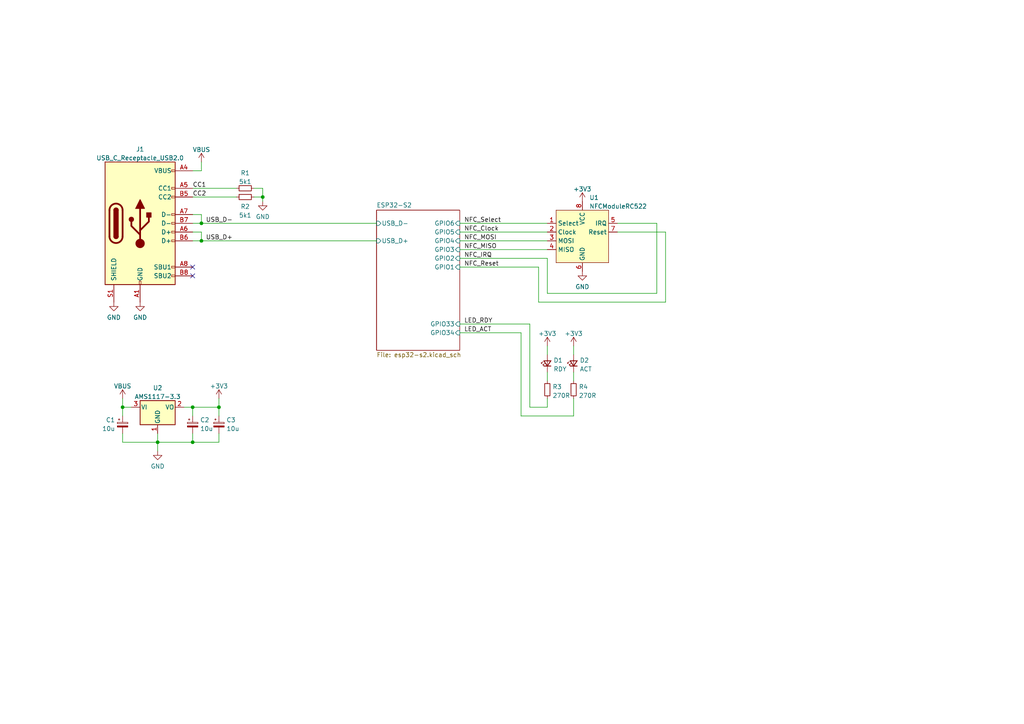
<source format=kicad_sch>
(kicad_sch (version 20211123) (generator eeschema)
  (paper "A4")
  (lib_symbols
    (symbol "Connector:USB_C_Receptacle_USB2.0" (pin_names (offset 1.016))
      (property "Reference" "J" (at -10.16 19.05 0))
      (property "Value" "USB_C_Receptacle_USB2.0" (at 19.05 19.05 0))
      (symbol "USB_C_Receptacle_USB2.0_0_0"
        (rectangle (start -0.254 -17.78) (end 0.254 -16.764))
        (rectangle (start 10.16 -14.986) (end 9.144 -15.494))
        (rectangle (start 10.16 -12.446) (end 9.144 -12.954))
        (rectangle (start 10.16 -4.826) (end 9.144 -5.334))
        (rectangle (start 10.16 -2.286) (end 9.144 -2.794))
        (rectangle (start 10.16 0.254) (end 9.144 -0.254))
        (rectangle (start 10.16 2.794) (end 9.144 2.286))
        (rectangle (start 10.16 7.874) (end 9.144 7.366))
        (rectangle (start 10.16 10.414) (end 9.144 9.906))
        (rectangle (start 10.16 15.494) (end 9.144 14.986))
      )
      (symbol "USB_C_Receptacle_USB2.0_0_1"
        (rectangle (start -10.16 17.78) (end 10.16 -17.78) (stroke (width 0.254)) (fill (type background)))
        (arc (start -8.89 -3.81) (mid -6.985 -5.715) (end -5.08 -3.81) (stroke (width 0.508)))
        (arc (start -7.62 -3.81) (mid -6.985 -4.445) (end -6.35 -3.81) (stroke (width 0.254)))
        (arc (start -7.62 -3.81) (mid -6.985 -4.445) (end -6.35 -3.81) (stroke (width 0.254)) (fill (type outline)))
        (rectangle (start -7.62 -3.81) (end -6.35 3.81) (stroke (width 0.254)) (fill (type outline)))
        (arc (start -6.35 3.81) (mid -6.985 4.445) (end -7.62 3.81) (stroke (width 0.254)))
        (arc (start -6.35 3.81) (mid -6.985 4.445) (end -7.62 3.81) (stroke (width 0.254)) (fill (type outline)))
        (arc (start -5.08 3.81) (mid -6.985 5.715) (end -8.89 3.81) (stroke (width 0.508)))
        (circle (center -2.54 1.143) (radius 0.635) (stroke (width 0.254)) (fill (type outline)))
        (circle (center 0 -5.842) (radius 1.27) (fill (type outline)))
        (polyline (pts (xy -8.89 -3.81) (xy -8.89 3.81)) (stroke (width 0.508)))
        (polyline (pts (xy -5.08 3.81) (xy -5.08 -3.81)) (stroke (width 0.508)))
        (polyline (pts (xy 0 -5.842) (xy 0 4.318)) (stroke (width 0.508)))
        (polyline (pts (xy 0 -3.302) (xy -2.54 -0.762) (xy -2.54 0.508)) (stroke (width 0.508)))
        (polyline (pts (xy 0 -2.032) (xy 2.54 0.508) (xy 2.54 1.778)) (stroke (width 0.508)))
        (polyline (pts (xy -1.27 4.318) (xy 0 6.858) (xy 1.27 4.318) (xy -1.27 4.318)) (stroke (width 0.254)) (fill (type outline)))
        (rectangle (start 1.905 1.778) (end 3.175 3.048) (stroke (width 0.254)) (fill (type outline)))
      )
      (symbol "USB_C_Receptacle_USB2.0_1_1"
        (pin passive line (at 0 -22.86 90) (length 5.08) (name "GND") (number "A1"))
        (pin passive line (at 0 -22.86 90) (length 5.08) hide (name "GND") (number "A12"))
        (pin passive line (at 15.24 15.24 180) (length 5.08) (name "VBUS") (number "A4"))
        (pin bidirectional line (at 15.24 10.16 180) (length 5.08) (name "CC1") (number "A5"))
        (pin bidirectional line (at 15.24 -2.54 180) (length 5.08) (name "D+") (number "A6"))
        (pin bidirectional line (at 15.24 2.54 180) (length 5.08) (name "D-") (number "A7"))
        (pin bidirectional line (at 15.24 -12.7 180) (length 5.08) (name "SBU1") (number "A8"))
        (pin passive line (at 15.24 15.24 180) (length 5.08) hide (name "VBUS") (number "A9"))
        (pin passive line (at 0 -22.86 90) (length 5.08) hide (name "GND") (number "B1"))
        (pin passive line (at 0 -22.86 90) (length 5.08) hide (name "GND") (number "B12"))
        (pin passive line (at 15.24 15.24 180) (length 5.08) hide (name "VBUS") (number "B4"))
        (pin bidirectional line (at 15.24 7.62 180) (length 5.08) (name "CC2") (number "B5"))
        (pin bidirectional line (at 15.24 -5.08 180) (length 5.08) (name "D+") (number "B6"))
        (pin bidirectional line (at 15.24 0 180) (length 5.08) (name "D-") (number "B7"))
        (pin bidirectional line (at 15.24 -15.24 180) (length 5.08) (name "SBU2") (number "B8"))
        (pin passive line (at 15.24 15.24 180) (length 5.08) hide (name "VBUS") (number "B9"))
        (pin passive line (at -7.62 -22.86 90) (length 5.08) (name "SHIELD") (number "S1"))
      )
    )
    (symbol "Device:C_Polarized_Small" (pin_numbers hide) (pin_names (offset 0.254) hide)
      (property "Reference" "C" (at 0.254 1.778 0))
      (property "Value" "C_Polarized_Small" (at 0.254 -2.032 0))
      (symbol "C_Polarized_Small_0_1"
        (rectangle (start -1.524 -0.3048) (end 1.524 -0.6858) (fill (type outline)))
        (rectangle (start -1.524 0.6858) (end 1.524 0.3048))
        (polyline (pts (xy -1.27 1.524) (xy -0.762 1.524)))
        (polyline (pts (xy -1.016 1.27) (xy -1.016 1.778)))
      )
      (symbol "C_Polarized_Small_1_1"
        (pin passive line (at 0 2.54 270) (length 1.8542) (name "~") (number "1"))
        (pin passive line (at 0 -2.54 90) (length 1.8542) (name "~") (number "2"))
      )
    )
    (symbol "Device:LED_Small" (pin_numbers hide) (pin_names (offset 0.254) hide)
      (property "Reference" "D" (at -1.27 3.175 0))
      (property "Value" "LED_Small" (at -4.445 -2.54 0))
      (symbol "LED_Small_0_1"
        (polyline (pts (xy -0.762 -1.016) (xy -0.762 1.016)) (stroke (width 0.254)))
        (polyline (pts (xy 1.016 0) (xy -0.762 0)))
        (polyline (pts (xy 0.762 -1.016) (xy -0.762 0) (xy 0.762 1.016) (xy 0.762 -1.016)) (stroke (width 0.254)))
        (polyline (pts (xy 0 0.762) (xy -0.508 1.27) (xy -0.254 1.27) (xy -0.508 1.27) (xy -0.508 1.016)))
        (polyline (pts (xy 0.508 1.27) (xy 0 1.778) (xy 0.254 1.778) (xy 0 1.778) (xy 0 1.524)))
      )
      (symbol "LED_Small_1_1"
        (pin passive line (at -2.54 0 0) (length 1.778) (name "K") (number "1"))
        (pin passive line (at 2.54 0 180) (length 1.778) (name "A") (number "2"))
      )
    )
    (symbol "Device:R_Small" (pin_numbers hide) (pin_names (offset 0.254) hide)
      (property "Reference" "R" (at 0.762 0.508 0))
      (property "Value" "R_Small" (at 0.762 -1.016 0))
      (symbol "R_Small_0_1"
        (rectangle (start -0.762 1.778) (end 0.762 -1.778) (stroke (width 0.2032)))
      )
      (symbol "R_Small_1_1"
        (pin passive line (at 0 2.54 270) (length 0.762) (name "~") (number "1"))
        (pin passive line (at 0 -2.54 90) (length 0.762) (name "~") (number "2"))
      )
    )
    (symbol "My_Symbols:NFCModuleRC522"
      (property "Reference" "U" (at 0 0 0))
      (property "Value" "NFCModuleRC522" (at 0 0 0))
      (symbol "NFCModuleRC522_0_1"
        (rectangle (start -7.62 -5.08) (end 7.62 -20.32) (stroke (width 0.1524)) (fill (type background)))
      )
      (symbol "NFCModuleRC522_1_1"
        (pin input line (at -10.16 -8.89 0) (length 2.54) (name "Select") (number "1"))
        (pin input line (at -10.16 -11.43 0) (length 2.54) (name "Clock") (number "2"))
        (pin input line (at -10.16 -13.97 0) (length 2.54) (name "MOSI") (number "3"))
        (pin input line (at -10.16 -16.51 0) (length 2.54) (name "MISO") (number "4"))
        (pin output line (at 10.16 -8.89 180) (length 2.54) (name "IRQ") (number "5"))
        (pin power_in line (at 0 -22.86 90) (length 2.54) (name "GND") (number "6"))
        (pin input line (at 10.16 -11.43 180) (length 2.54) (name "Reset") (number "7"))
        (pin power_in line (at 0 -2.54 270) (length 2.54) (name "VCC") (number "8"))
      )
    )
    (symbol "Regulator_Linear:AMS1117-3.3" (pin_names (offset 0.254))
      (property "Reference" "U" (at -3.81 3.175 0))
      (property "Value" "AMS1117-3.3" (at 0 3.175 0))
      (symbol "AMS1117-3.3_0_1"
        (rectangle (start -5.08 -5.08) (end 5.08 1.905) (stroke (width 0.254)) (fill (type background)))
      )
      (symbol "AMS1117-3.3_1_1"
        (pin power_in line (at 0 -7.62 90) (length 2.54) (name "GND") (number "1"))
        (pin power_out line (at 7.62 0 180) (length 2.54) (name "VO") (number "2"))
        (pin power_in line (at -7.62 0 0) (length 2.54) (name "VI") (number "3"))
      )
    )
    (symbol "power:+3V3" (power) (pin_names (offset 0))
      (property "Value" "+3V3" (at 0 3.556 0))
      (symbol "+3V3_0_1"
        (polyline (pts (xy -0.762 1.27) (xy 0 2.54)))
        (polyline (pts (xy 0 0) (xy 0 2.54)))
        (polyline (pts (xy 0 2.54) (xy 0.762 1.27)))
      )
      (symbol "+3V3_1_1"
        (pin power_in line (at 0 0 90) (length 0) hide (name "+3V3") (number "1"))
      )
    )
    (symbol "power:GND" (power) (pin_names (offset 0))
      (property "Value" "GND" (at 0 -3.81 0))
      (symbol "GND_0_1"
        (polyline (pts (xy 0 0) (xy 0 -1.27) (xy 1.27 -1.27) (xy 0 -2.54) (xy -1.27 -1.27) (xy 0 -1.27)))
      )
      (symbol "GND_1_1"
        (pin power_in line (at 0 0 270) (length 0) hide (name "GND") (number "1"))
      )
    )
    (symbol "power:PWR_FLAG" (power) (pin_numbers hide) (pin_names (offset 0) hide)
      (property "Value" "PWR_FLAG" (at 0 3.81 0))
      (symbol "PWR_FLAG_0_0"
        (pin power_out line (at 0 0 90) (length 0) (name "pwr") (number "1"))
      )
      (symbol "PWR_FLAG_0_1"
        (polyline (pts (xy 0 0) (xy 0 1.27) (xy -1.016 1.905) (xy 0 2.54) (xy 1.016 1.905) (xy 0 1.27)))
      )
    )
    (symbol "power:VBUS" (power) (pin_names (offset 0))
      (property "Value" "VBUS" (at 0 3.81 0))
      (symbol "VBUS_0_1"
        (polyline (pts (xy -0.762 1.27) (xy 0 2.54)))
        (polyline (pts (xy 0 0) (xy 0 2.54)))
        (polyline (pts (xy 0 2.54) (xy 0.762 1.27)))
      )
      (symbol "VBUS_1_1"
        (pin power_in line (at 0 0 90) (length 0) hide (name "VBUS") (number "1"))
      )
    )
  )
  (junction (at 63.5 118.11))
  (junction (at 35.56 118.11))
  (junction (at 76.2 57.15))
  (junction (at 58.42 69.85))
  (junction (at 45.72 128.27))
  (junction (at 55.88 128.27))
  (junction (at 58.42 64.77))
  (junction (at 55.88 118.11))
  (no_connect (at 55.88 77.47))
  (no_connect (at 55.88 80.01))
  (wire (pts (xy 45.72 128.27) (xy 45.72 130.81)))
  (wire (pts (xy 35.56 118.11) (xy 35.56 120.65)))
  (wire (pts (xy 156.21 87.63) (xy 193.04 87.63)))
  (wire (pts (xy 193.04 67.31) (xy 179.07 67.31)))
  (wire (pts (xy 55.88 120.65) (xy 55.88 118.11)))
  (wire (pts (xy 38.1 118.11) (xy 35.56 118.11)))
  (wire (pts (xy 158.75 100.33) (xy 158.75 102.87)))
  (wire (pts (xy 76.2 57.15) (xy 73.66 57.15)))
  (wire (pts (xy 133.35 67.31) (xy 158.75 67.31)))
  (wire (pts (xy 63.5 115.57) (xy 63.5 118.11)))
  (wire (pts (xy 58.42 64.77) (xy 109.22 64.77)))
  (wire (pts (xy 35.56 128.27) (xy 45.72 128.27)))
  (wire (pts (xy 45.72 128.27) (xy 55.88 128.27)))
  (wire (pts (xy 55.88 128.27) (xy 63.5 128.27)))
  (wire (pts (xy 76.2 54.61) (xy 76.2 57.15)))
  (wire (pts (xy 133.35 96.52) (xy 151.13 96.52)))
  (wire (pts (xy 166.37 107.95) (xy 166.37 110.49)))
  (wire (pts (xy 58.42 64.77) (xy 55.88 64.77)))
  (wire (pts (xy 133.35 64.77) (xy 158.75 64.77)))
  (wire (pts (xy 55.88 125.73) (xy 55.88 128.27)))
  (wire (pts (xy 76.2 58.42) (xy 76.2 57.15)))
  (wire (pts (xy 166.37 120.65) (xy 166.37 115.57)))
  (wire (pts (xy 55.88 57.15) (xy 68.58 57.15)))
  (wire (pts (xy 156.21 77.47) (xy 156.21 87.63)))
  (wire (pts (xy 158.75 118.11) (xy 158.75 115.57)))
  (wire (pts (xy 73.66 54.61) (xy 76.2 54.61)))
  (wire (pts (xy 55.88 118.11) (xy 53.34 118.11)))
  (wire (pts (xy 158.75 107.95) (xy 158.75 110.49)))
  (wire (pts (xy 55.88 67.31) (xy 58.42 67.31)))
  (wire (pts (xy 58.42 67.31) (xy 58.42 69.85)))
  (wire (pts (xy 58.42 69.85) (xy 109.22 69.85)))
  (wire (pts (xy 68.58 54.61) (xy 55.88 54.61)))
  (wire (pts (xy 58.42 46.99) (xy 58.42 49.53)))
  (wire (pts (xy 166.37 100.33) (xy 166.37 102.87)))
  (wire (pts (xy 133.35 77.47) (xy 156.21 77.47)))
  (wire (pts (xy 58.42 49.53) (xy 55.88 49.53)))
  (wire (pts (xy 151.13 96.52) (xy 151.13 120.65)))
  (wire (pts (xy 133.35 93.98) (xy 153.67 93.98)))
  (wire (pts (xy 63.5 118.11) (xy 55.88 118.11)))
  (wire (pts (xy 158.75 85.09) (xy 190.5 85.09)))
  (wire (pts (xy 193.04 87.63) (xy 193.04 67.31)))
  (wire (pts (xy 153.67 93.98) (xy 153.67 118.11)))
  (wire (pts (xy 151.13 120.65) (xy 166.37 120.65)))
  (wire (pts (xy 58.42 62.23) (xy 58.42 64.77)))
  (wire (pts (xy 153.67 118.11) (xy 158.75 118.11)))
  (wire (pts (xy 35.56 115.57) (xy 35.56 118.11)))
  (wire (pts (xy 35.56 125.73) (xy 35.56 128.27)))
  (wire (pts (xy 58.42 69.85) (xy 55.88 69.85)))
  (wire (pts (xy 55.88 62.23) (xy 58.42 62.23)))
  (wire (pts (xy 190.5 64.77) (xy 179.07 64.77)))
  (wire (pts (xy 158.75 74.93) (xy 158.75 85.09)))
  (wire (pts (xy 63.5 120.65) (xy 63.5 118.11)))
  (wire (pts (xy 133.35 72.39) (xy 158.75 72.39)))
  (wire (pts (xy 190.5 85.09) (xy 190.5 64.77)))
  (wire (pts (xy 133.35 74.93) (xy 158.75 74.93)))
  (wire (pts (xy 63.5 128.27) (xy 63.5 125.73)))
  (wire (pts (xy 45.72 125.73) (xy 45.72 128.27)))
  (wire (pts (xy 133.35 69.85) (xy 158.75 69.85)))
  (label "LED_ACT" (at 134.62 96.52 0))
  (label "USB_D+" (at 59.69 69.85 0))
  (label "NFC_MISO" (at 134.62 72.39 0))
  (label "NFC_Clock" (at 134.62 67.31 0))
  (label "CC1" (at 55.88 54.61 0))
  (label "CC2" (at 55.88 57.15 0))
  (label "NFC_Select" (at 134.62 64.77 0))
  (label "NFC_IRQ" (at 134.62 74.93 0))
  (label "USB_D-" (at 59.69 64.77 0))
  (label "NFC_MOSI" (at 134.62 69.85 0))
  (label "NFC_Reset" (at 134.62 77.47 0))
  (label "LED_RDY" (at 134.62 93.98 0))
  (symbol (lib_id "Device:LED_Small") (at 166.37 105.41 90) (unit 1)
    (property "Reference" "D2" (at 168.148 104.5118 90) (effects (justify right)))
    (property "Value" "ACT" (at 168.148 107.0487 90) (effects (justify right)))
    (property "Footprint" "LED_SMD:LED_0603_1608Metric" (effects hide))
    (property "LCSC" "C72038" (effects hide))
  )
  (symbol (lib_id "power:VBUS") (at -39.37 182.88 180) (unit 1)
    (property "Reference" "#PWR0105" (effects hide))
    (property "Value" "VBUS" (at -37.973 184.5838 0) (effects (justify right)))
  )
  (symbol (lib_id "power:GND") (at 76.2 58.42 0) (unit 1)
    (property "Reference" "#PWR02" (effects hide))
    (property "Value" "GND" (at 76.2 62.8634 0))
  )
  (symbol (lib_id "power:GND") (at 33.02 87.63 0) (unit 1)
    (property "Reference" "#PWR05" (effects hide))
    (property "Value" "GND" (at 33.02 92.0734 0))
  )
  (symbol (lib_id "power:GND") (at 45.72 130.81 0) (unit 1)
    (property "Reference" "#PWR011" (effects hide))
    (property "Value" "GND" (at 45.72 135.2534 0))
  )
  (symbol (lib_id "Device:C_Polarized_Small") (at 63.5 123.19 0) (unit 1)
    (property "Reference" "C3" (at 65.659 121.8092 0) (effects (justify left)))
    (property "Value" "10u" (at 65.659 124.3461 0) (effects (justify left)))
    (property "Footprint" "Capacitor_Tantalum_SMD:CP_EIA-3216-18_Kemet-A" (effects hide))
    (property "LCSC" "C7171" (effects hide))
  )
  (symbol (lib_id "power:VBUS") (at 35.56 115.57 0) (unit 1)
    (property "Reference" "#PWR09" (effects hide))
    (property "Value" "VBUS" (at 35.56 111.9942 0))
  )
  (symbol (lib_id "power:PWR_FLAG") (at -29.21 182.88 0) (unit 1)
    (property "Reference" "#FLG0102" (effects hide))
    (property "Value" "PWR_FLAG" (at -29.21 179.3042 0))
  )
  (symbol (lib_id "Device:R_Small") (at 166.37 113.03 0) (unit 1)
    (property "Reference" "R4" (at 167.8686 112.1953 0) (effects (justify left)))
    (property "Value" "270R" (at 167.8686 114.7322 0) (effects (justify left)))
    (property "Footprint" "Resistor_SMD:R_0603_1608Metric" (effects hide))
    (property "LCSC" "C22966" (effects hide))
  )
  (symbol (lib_id "Device:LED_Small") (at 158.75 105.41 90) (unit 1)
    (property "Reference" "D1" (at 160.528 104.5118 90) (effects (justify right)))
    (property "Value" "RDY" (at 160.528 107.0487 90) (effects (justify right)))
    (property "Footprint" "LED_SMD:LED_0603_1608Metric" (effects hide))
    (property "LCSC" "C72043" (effects hide))
  )
  (symbol (lib_id "power:PWR_FLAG") (at -39.37 182.88 0) (unit 1)
    (property "Reference" "#FLG0101" (effects hide))
    (property "Value" "PWR_FLAG" (at -39.37 179.3042 0))
  )
  (symbol (lib_id "My_Symbols:NFCModuleRC522") (at 168.91 55.88 0) (unit 1)
    (property "Reference" "U1" (at 170.9294 57.311 0) (effects (justify left)))
    (property "Value" "NFCModuleRC522" (at 170.9294 59.8479 0) (effects (justify left)))
    (property "Footprint" "Connector_PinSocket_2.54mm:PinSocket_1x08_P2.54mm_Vertical" (effects hide))
  )
  (symbol (lib_id "Device:R_Small") (at 158.75 113.03 0) (unit 1)
    (property "Reference" "R3" (at 160.2486 112.1953 0) (effects (justify left)))
    (property "Value" "270R" (at 160.2486 114.7322 0) (effects (justify left)))
    (property "Footprint" "Resistor_SMD:R_0603_1608Metric" (effects hide))
    (property "LCSC" "C22966" (effects hide))
  )
  (symbol (lib_id "power:GND") (at 168.91 78.74 0) (unit 1)
    (property "Reference" "#PWR04" (effects hide))
    (property "Value" "GND" (at 168.91 83.1834 0))
  )
  (symbol (lib_id "power:VBUS") (at 58.42 46.99 0) (unit 1)
    (property "Reference" "#PWR01" (effects hide))
    (property "Value" "VBUS" (at 58.42 43.4142 0))
  )
  (symbol (lib_id "Regulator_Linear:AMS1117-3.3") (at 45.72 118.11 0) (unit 1)
    (property "Reference" "U2" (at 45.72 112.5052 0))
    (property "Value" "AMS1117-3.3" (at 45.72 115.0421 0))
    (property "Footprint" "Package_TO_SOT_SMD:SOT-223-3_TabPin2" (effects hide))
    (property "Datasheet" "http://www.advanced-monolithic.com/pdf/ds1117.pdf" (effects hide))
    (property "LCSC" "C6186" (effects hide))
  )
  (symbol (lib_id "Device:R_Small") (at 71.12 54.61 90) (unit 1)
    (property "Reference" "R1" (at 71.12 50.1736 90))
    (property "Value" "5k1" (at 71.12 52.7105 90))
    (property "Footprint" "Resistor_SMD:R_0402_1005Metric" (effects hide))
    (property "LCSC" "C25905" (effects hide))
  )
  (symbol (lib_id "Connector:USB_C_Receptacle_USB2.0") (at 40.64 64.77 0) (unit 1)
    (property "Reference" "J1" (at 40.64 43.2902 0))
    (property "Value" "USB_C_Receptacle_USB2.0" (at 40.64 45.8271 0))
    (property "Footprint" "Connector_USB:USB_C_Receptacle_HRO_TYPE-C-31-M-12" (effects hide))
    (property "Datasheet" "https://www.usb.org/sites/default/files/documents/usb_type-c.zip" (effects hide))
    (property "LCSC" "C2894897" (effects hide))
  )
  (symbol (lib_id "power:+3V3") (at 158.75 100.33 0) (unit 1)
    (property "Reference" "#PWR07" (effects hide))
    (property "Value" "+3V3" (at 158.75 96.7542 0))
  )
  (symbol (lib_id "Device:C_Polarized_Small") (at 35.56 123.19 0) (unit 1)
    (property "Reference" "C1" (at 33.4011 121.8092 0) (effects (justify right)))
    (property "Value" "10u" (at 33.4011 124.3461 0) (effects (justify right)))
    (property "Footprint" "Capacitor_Tantalum_SMD:CP_EIA-3216-18_Kemet-A" (effects hide))
    (property "LCSC" "C7171" (effects hide))
  )
  (symbol (lib_id "power:GND") (at 40.64 87.63 0) (unit 1)
    (property "Reference" "#PWR06" (effects hide))
    (property "Value" "GND" (at 40.64 92.0734 0))
  )
  (symbol (lib_id "Device:R_Small") (at 71.12 57.15 90) (unit 1)
    (property "Reference" "R2" (at 71.12 59.917 90))
    (property "Value" "5k1" (at 71.12 62.4539 90))
    (property "Footprint" "Resistor_SMD:R_0402_1005Metric" (effects hide))
    (property "LCSC" "C25905" (effects hide))
  )
  (symbol (lib_id "power:+3V3") (at 63.5 115.57 0) (unit 1)
    (property "Reference" "#PWR010" (effects hide))
    (property "Value" "+3V3" (at 63.5 111.9942 0))
  )
  (symbol (lib_id "Device:C_Polarized_Small") (at 55.88 123.19 0) (unit 1)
    (property "Reference" "C2" (at 58.039 121.8092 0) (effects (justify left)))
    (property "Value" "10u" (at 58.039 124.3461 0) (effects (justify left)))
    (property "Footprint" "Capacitor_Tantalum_SMD:CP_EIA-3216-18_Kemet-A" (effects hide))
    (property "LCSC" "C7171" (effects hide))
  )
  (symbol (lib_id "power:GND") (at -29.21 182.88 0) (unit 1)
    (property "Reference" "#PWR0104" (effects hide))
    (property "Value" "GND" (at -29.21 187.3234 0))
  )
  (symbol (lib_id "power:+3V3") (at 166.37 100.33 0) (unit 1)
    (property "Reference" "#PWR08" (effects hide))
    (property "Value" "+3V3" (at 166.37 96.7542 0))
  )
  (symbol (lib_id "power:+3V3") (at 168.91 58.42 0) (unit 1)
    (property "Reference" "#PWR03" (effects hide))
    (property "Value" "+3V3" (at 168.91 54.8442 0))
  )
  (sheet (at 109.22 60.96) (size 24.13 40.64) (stroke (width 0.1524))
    (property "Sheet name" "ESP32-S2" (at 109.22 60.2484 0) (effects (justify left bottom)))
    (property "Sheet file" "esp32-s2.kicad_sch" (at 109.22 102.1846 0) (effects (justify left top)))
    (pin "USB_D+" input (at 109.22 69.85 180))
    (pin "USB_D-" input (at 109.22 64.77 180))
    (pin "GPIO1" input (at 133.35 77.47 0))
    (pin "GPIO2" input (at 133.35 74.93 0))
    (pin "GPIO3" input (at 133.35 72.39 0))
    (pin "GPIO4" input (at 133.35 69.85 0))
    (pin "GPIO5" input (at 133.35 67.31 0))
    (pin "GPIO6" input (at 133.35 64.77 0))
    (pin "GPIO33" input (at 133.35 93.98 0))
    (pin "GPIO34" input (at 133.35 96.52 0))
  )
)
</source>
